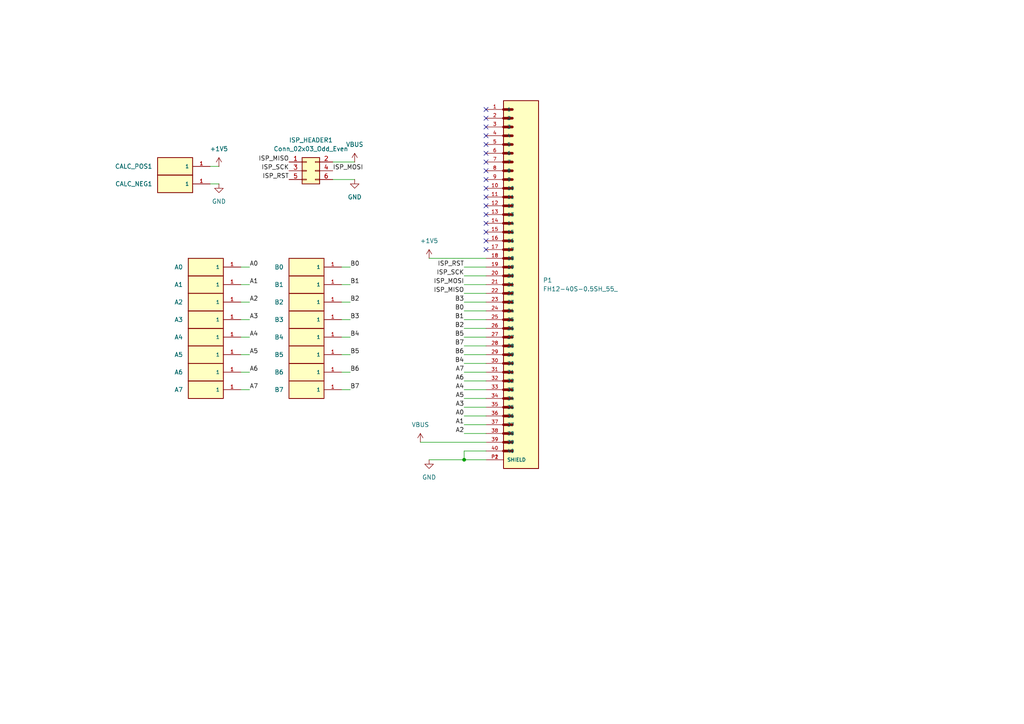
<source format=kicad_sch>
(kicad_sch (version 20250114) (generator "eeschema") (generator_version "9.0")
  (paper "A4")
  (lib_symbols
    (symbol "0965-0-15-20-80-14-11-0:0965-0-15-20-80-14-11-0" (pin_names (offset 1.016))
      (property "Reference" "J" (at -5.08 3.302 0))
      (property "Value" "0965-0-15-20-80-14-11-0" (at -5.08 -5.08 0))
      (symbol "0965-0-15-20-80-14-11-0_0_0"
        (rectangle (start -5.08 -2.54) (end 5.08 2.54) (stroke (width 0.254)) (fill (type background)))
        (pin passive line (at -10.16 0 0) (length 5.08) (name "1") (number "1"))
      )
    )
    (symbol "Connector_Generic:Conn_02x03_Odd_Even" (pin_names (offset 1.016) (hide yes))
      (property "Reference" "J" (at 1.27 5.08 0))
      (property "Value" "Conn_02x03_Odd_Even" (at 1.27 -5.08 0))
      (symbol "Conn_02x03_Odd_Even_1_1"
        (rectangle (start -1.27 3.81) (end 3.81 -3.81) (stroke (width 0.254)) (fill (type background)))
        (rectangle (start -1.27 2.667) (end 0 2.413) (stroke (width 0.1524)))
        (rectangle (start -1.27 0.127) (end 0 -0.127) (stroke (width 0.1524)))
        (rectangle (start -1.27 -2.413) (end 0 -2.667) (stroke (width 0.1524)))
        (rectangle (start 3.81 2.667) (end 2.54 2.413) (stroke (width 0.1524)))
        (rectangle (start 3.81 0.127) (end 2.54 -0.127) (stroke (width 0.1524)))
        (rectangle (start 3.81 -2.413) (end 2.54 -2.667) (stroke (width 0.1524)))
        (pin passive line (at -5.08 2.54 0) (length 3.81) (name "Pin_1") (number "1"))
        (pin passive line (at -5.08 0 0) (length 3.81) (name "Pin_3") (number "3"))
        (pin passive line (at -5.08 -2.54 0) (length 3.81) (name "Pin_5") (number "5"))
        (pin passive line (at 7.62 2.54 180) (length 3.81) (name "Pin_2") (number "2"))
        (pin passive line (at 7.62 0 180) (length 3.81) (name "Pin_4") (number "4"))
        (pin passive line (at 7.62 -2.54 180) (length 3.81) (name "Pin_6") (number "6"))
      )
    )
    (symbol "FH12-40S-0.5SH_55_:FH12-40S-0.5SH_55_" (pin_names (offset 1.016))
      (property "Reference" "P" (at 0 53.4116 0))
      (property "Value" "FH12-40S-0.5SH_55_" (at 0 -55.8878 0))
      (symbol "FH12-40S-0.5SH_55__0_0"
        (polyline (pts (xy 0 50.8) (xy 2.54 50.8)) (stroke (width 0.762)))
        (polyline (pts (xy 0 48.26) (xy 2.54 48.26)) (stroke (width 0.762)))
        (polyline (pts (xy 0 45.72) (xy 2.54 45.72)) (stroke (width 0.762)))
        (polyline (pts (xy 0 43.18) (xy 2.54 43.18)) (stroke (width 0.762)))
        (polyline (pts (xy 0 40.64) (xy 2.54 40.64)) (stroke (width 0.762)))
        (polyline (pts (xy 0 38.1) (xy 2.54 38.1)) (stroke (width 0.762)))
        (polyline (pts (xy 0 35.56) (xy 2.54 35.56)) (stroke (width 0.762)))
        (polyline (pts (xy 0 33.02) (xy 2.54 33.02)) (stroke (width 0.762)))
        (polyline (pts (xy 0 30.48) (xy 2.54 30.48)) (stroke (width 0.762)))
        (polyline (pts (xy 0 27.94) (xy 2.54 27.94)) (stroke (width 0.762)))
        (polyline (pts (xy 0 25.4) (xy 2.54 25.4)) (stroke (width 0.762)))
        (polyline (pts (xy 0 22.86) (xy 2.54 22.86)) (stroke (width 0.762)))
        (polyline (pts (xy 0 20.32) (xy 2.54 20.32)) (stroke (width 0.762)))
        (polyline (pts (xy 0 17.78) (xy 2.54 17.78)) (stroke (width 0.762)))
        (polyline (pts (xy 0 15.24) (xy 2.54 15.24)) (stroke (width 0.762)))
        (polyline (pts (xy 0 12.7) (xy 2.54 12.7)) (stroke (width 0.762)))
        (polyline (pts (xy 0 10.16) (xy 2.54 10.16)) (stroke (width 0.762)))
        (polyline (pts (xy 0 7.62) (xy 2.54 7.62)) (stroke (width 0.762)))
        (polyline (pts (xy 0 5.08) (xy 2.54 5.08)) (stroke (width 0.762)))
        (polyline (pts (xy 0 2.54) (xy 2.54 2.54)) (stroke (width 0.762)))
        (polyline (pts (xy 0 0) (xy 2.54 0)) (stroke (width 0.762)))
        (polyline (pts (xy 0 -2.54) (xy 2.54 -2.54)) (stroke (width 0.762)))
        (polyline (pts (xy 0 -5.08) (xy 2.54 -5.08)) (stroke (width 0.762)))
        (polyline (pts (xy 0 -7.62) (xy 2.54 -7.62)) (stroke (width 0.762)))
        (polyline (pts (xy 0 -10.16) (xy 2.54 -10.16)) (stroke (width 0.762)))
        (polyline (pts (xy 0 -12.7) (xy 2.54 -12.7)) (stroke (width 0.762)))
        (polyline (pts (xy 0 -15.24) (xy 2.54 -15.24)) (stroke (width 0.762)))
        (polyline (pts (xy 0 -17.78) (xy 2.54 -17.78)) (stroke (width 0.762)))
        (polyline (pts (xy 0 -20.32) (xy 2.54 -20.32)) (stroke (width 0.762)))
        (polyline (pts (xy 0 -22.86) (xy 2.54 -22.86)) (stroke (width 0.762)))
        (polyline (pts (xy 0 -25.4) (xy 2.54 -25.4)) (stroke (width 0.762)))
        (polyline (pts (xy 0 -27.94) (xy 2.54 -27.94)) (stroke (width 0.762)))
        (polyline (pts (xy 0 -30.48) (xy 2.54 -30.48)) (stroke (width 0.762)))
        (polyline (pts (xy 0 -33.02) (xy 2.54 -33.02)) (stroke (width 0.762)))
        (polyline (pts (xy 0 -35.56) (xy 2.54 -35.56)) (stroke (width 0.762)))
        (polyline (pts (xy 0 -38.1) (xy 2.54 -38.1)) (stroke (width 0.762)))
        (polyline (pts (xy 0 -40.64) (xy 2.54 -40.64)) (stroke (width 0.762)))
        (polyline (pts (xy 0 -43.18) (xy 2.54 -43.18)) (stroke (width 0.762)))
        (polyline (pts (xy 0 -45.72) (xy 2.54 -45.72)) (stroke (width 0.762)))
        (polyline (pts (xy 0 -48.26) (xy 2.54 -48.26)) (stroke (width 0.762)))
        (rectangle (start 0 -53.34) (end 10.16 53.34) (stroke (width 0.254)) (fill (type background)))
        (pin passive line (at -5.08 50.8 0) (length 5.08) (name "1") (number "1"))
        (pin passive line (at -5.08 48.26 0) (length 5.08) (name "2") (number "2"))
        (pin passive line (at -5.08 45.72 0) (length 5.08) (name "3") (number "3"))
        (pin passive line (at -5.08 43.18 0) (length 5.08) (name "4") (number "4"))
        (pin passive line (at -5.08 40.64 0) (length 5.08) (name "5") (number "5"))
        (pin passive line (at -5.08 38.1 0) (length 5.08) (name "6") (number "6"))
        (pin passive line (at -5.08 35.56 0) (length 5.08) (name "7") (number "7"))
        (pin passive line (at -5.08 33.02 0) (length 5.08) (name "8") (number "8"))
        (pin passive line (at -5.08 30.48 0) (length 5.08) (name "9") (number "9"))
        (pin passive line (at -5.08 27.94 0) (length 5.08) (name "10") (number "10"))
        (pin passive line (at -5.08 25.4 0) (length 5.08) (name "11") (number "11"))
        (pin passive line (at -5.08 22.86 0) (length 5.08) (name "12") (number "12"))
        (pin passive line (at -5.08 20.32 0) (length 5.08) (name "13") (number "13"))
        (pin passive line (at -5.08 17.78 0) (length 5.08) (name "14") (number "14"))
        (pin passive line (at -5.08 15.24 0) (length 5.08) (name "15") (number "15"))
        (pin passive line (at -5.08 12.7 0) (length 5.08) (name "16") (number "16"))
        (pin passive line (at -5.08 10.16 0) (length 5.08) (name "17") (number "17"))
        (pin passive line (at -5.08 7.62 0) (length 5.08) (name "18") (number "18"))
        (pin passive line (at -5.08 5.08 0) (length 5.08) (name "19") (number "19"))
        (pin passive line (at -5.08 2.54 0) (length 5.08) (name "20") (number "20"))
        (pin passive line (at -5.08 0 0) (length 5.08) (name "21") (number "21"))
        (pin passive line (at -5.08 -2.54 0) (length 5.08) (name "22") (number "22"))
        (pin passive line (at -5.08 -5.08 0) (length 5.08) (name "23") (number "23"))
        (pin passive line (at -5.08 -7.62 0) (length 5.08) (name "24") (number "24"))
        (pin passive line (at -5.08 -10.16 0) (length 5.08) (name "25") (number "25"))
        (pin passive line (at -5.08 -12.7 0) (length 5.08) (name "26") (number "26"))
        (pin passive line (at -5.08 -15.24 0) (length 5.08) (name "27") (number "27"))
        (pin passive line (at -5.08 -17.78 0) (length 5.08) (name "28") (number "28"))
        (pin passive line (at -5.08 -20.32 0) (length 5.08) (name "29") (number "29"))
        (pin passive line (at -5.08 -22.86 0) (length 5.08) (name "30") (number "30"))
        (pin passive line (at -5.08 -25.4 0) (length 5.08) (name "31") (number "31"))
        (pin passive line (at -5.08 -27.94 0) (length 5.08) (name "32") (number "32"))
        (pin passive line (at -5.08 -30.48 0) (length 5.08) (name "33") (number "33"))
        (pin passive line (at -5.08 -33.02 0) (length 5.08) (name "34") (number "34"))
        (pin passive line (at -5.08 -35.56 0) (length 5.08) (name "35") (number "35"))
        (pin passive line (at -5.08 -38.1 0) (length 5.08) (name "36") (number "36"))
        (pin passive line (at -5.08 -40.64 0) (length 5.08) (name "37") (number "37"))
        (pin passive line (at -5.08 -43.18 0) (length 5.08) (name "38") (number "38"))
        (pin passive line (at -5.08 -45.72 0) (length 5.08) (name "39") (number "39"))
        (pin passive line (at -5.08 -48.26 0) (length 5.08) (name "40") (number "40"))
        (pin passive line (at -5.08 -50.8 0) (length 5.08) (name "SHIELD") (number "P1"))
        (pin passive line (at -5.08 -50.8 0) (length 5.08) (name "SHIELD") (number "P2"))
      )
    )
    (symbol "power:+1V5" (power) (pin_numbers (hide yes)) (pin_names (offset 0) (hide yes))
      (property "Value" "+1V5" (at 0 3.556 0))
      (symbol "+1V5_0_1"
        (polyline (pts (xy -0.762 1.27) (xy 0 2.54)))
        (polyline (pts (xy 0 2.54) (xy 0.762 1.27)))
        (polyline (pts (xy 0 0) (xy 0 2.54)))
      )
      (symbol "+1V5_1_1"
        (pin power_in line (at 0 0 90) (length 0) (name "~") (number "1"))
      )
    )
    (symbol "power:GND" (power) (pin_numbers (hide yes)) (pin_names (offset 0) (hide yes))
      (property "Value" "GND" (at 0 -3.81 0))
      (symbol "GND_0_1"
        (polyline (pts (xy 0 0) (xy 0 -1.27) (xy 1.27 -1.27) (xy 0 -2.54) (xy -1.27 -1.27) (xy 0 -1.27)))
      )
      (symbol "GND_1_1"
        (pin power_in line (at 0 0 270) (length 0) (name "~") (number "1"))
      )
    )
    (symbol "power:VBUS" (power) (pin_numbers (hide yes)) (pin_names (offset 0) (hide yes))
      (property "Value" "VBUS" (at 0 3.556 0))
      (symbol "VBUS_0_1"
        (polyline (pts (xy -0.762 1.27) (xy 0 2.54)))
        (polyline (pts (xy 0 2.54) (xy 0.762 1.27)))
        (polyline (pts (xy 0 0) (xy 0 2.54)))
      )
      (symbol "VBUS_1_1"
        (pin power_in line (at 0 0 90) (length 0) (name "~") (number "1"))
      )
    )
  )
  (junction (at 134.62 133.35))
  (no_connect (at 140.97 64.77))
  (no_connect (at 140.97 31.75))
  (no_connect (at 140.97 34.29))
  (no_connect (at 140.97 62.23))
  (no_connect (at 140.97 67.31))
  (no_connect (at 140.97 72.39))
  (no_connect (at 140.97 44.45))
  (no_connect (at 140.97 57.15))
  (no_connect (at 140.97 46.99))
  (no_connect (at 140.97 41.91))
  (no_connect (at 140.97 52.07))
  (no_connect (at 140.97 36.83))
  (no_connect (at 140.97 49.53))
  (no_connect (at 140.97 59.69))
  (no_connect (at 140.97 39.37))
  (no_connect (at 140.97 54.61))
  (no_connect (at 140.97 69.85))
  (wire (pts (xy 134.62 87.63) (xy 140.97 87.63)))
  (wire (pts (xy 72.39 82.55) (xy 69.85 82.55)))
  (wire (pts (xy 121.92 128.27) (xy 140.97 128.27)))
  (wire (pts (xy 134.62 95.25) (xy 140.97 95.25)))
  (wire (pts (xy 96.52 52.07) (xy 102.87 52.07)))
  (wire (pts (xy 134.62 92.71) (xy 140.97 92.71)))
  (wire (pts (xy 101.6 77.47) (xy 99.06 77.47)))
  (wire (pts (xy 72.39 102.87) (xy 69.85 102.87)))
  (wire (pts (xy 134.62 130.81) (xy 134.62 133.35)))
  (wire (pts (xy 134.62 133.35) (xy 140.97 133.35)))
  (wire (pts (xy 69.85 92.71) (xy 72.39 92.71)))
  (wire (pts (xy 134.62 120.65) (xy 140.97 120.65)))
  (wire (pts (xy 134.62 85.09) (xy 140.97 85.09)))
  (wire (pts (xy 101.6 82.55) (xy 99.06 82.55)))
  (wire (pts (xy 134.62 118.11) (xy 140.97 118.11)))
  (wire (pts (xy 134.62 102.87) (xy 140.97 102.87)))
  (wire (pts (xy 134.62 107.95) (xy 140.97 107.95)))
  (wire (pts (xy 101.6 97.79) (xy 99.06 97.79)))
  (wire (pts (xy 101.6 92.71) (xy 99.06 92.71)))
  (wire (pts (xy 72.39 87.63) (xy 69.85 87.63)))
  (wire (pts (xy 60.96 53.34) (xy 63.5 53.34)))
  (wire (pts (xy 134.62 110.49) (xy 140.97 110.49)))
  (wire (pts (xy 140.97 130.81) (xy 134.62 130.81)))
  (wire (pts (xy 101.6 102.87) (xy 99.06 102.87)))
  (wire (pts (xy 134.62 100.33) (xy 140.97 100.33)))
  (wire (pts (xy 134.62 113.03) (xy 140.97 113.03)))
  (wire (pts (xy 134.62 97.79) (xy 140.97 97.79)))
  (wire (pts (xy 72.39 97.79) (xy 69.85 97.79)))
  (wire (pts (xy 72.39 107.95) (xy 69.85 107.95)))
  (wire (pts (xy 96.52 46.99) (xy 102.87 46.99)))
  (wire (pts (xy 134.62 80.01) (xy 140.97 80.01)))
  (wire (pts (xy 101.6 113.03) (xy 99.06 113.03)))
  (wire (pts (xy 134.62 82.55) (xy 140.97 82.55)))
  (wire (pts (xy 134.62 125.73) (xy 140.97 125.73)))
  (wire (pts (xy 134.62 90.17) (xy 140.97 90.17)))
  (wire (pts (xy 134.62 77.47) (xy 140.97 77.47)))
  (wire (pts (xy 124.46 74.93) (xy 140.97 74.93)))
  (wire (pts (xy 134.62 105.41) (xy 140.97 105.41)))
  (wire (pts (xy 134.62 123.19) (xy 140.97 123.19)))
  (wire (pts (xy 101.6 107.95) (xy 99.06 107.95)))
  (wire (pts (xy 124.46 133.35) (xy 134.62 133.35)))
  (wire (pts (xy 72.39 77.47) (xy 69.85 77.47)))
  (wire (pts (xy 101.6 87.63) (xy 99.06 87.63)))
  (wire (pts (xy 60.96 48.26) (xy 63.5 48.26)))
  (wire (pts (xy 72.39 113.03) (xy 69.85 113.03)))
  (wire (pts (xy 134.62 115.57) (xy 140.97 115.57)))
  (label "A7" (at 72.39 113.03 0))
  (label "A0" (at 72.39 77.47 0))
  (label "B5" (at 101.6 102.87 0))
  (label "B3" (at 101.6 92.71 0))
  (label "A3" (at 134.62 118.11 180))
  (label "B1" (at 101.6 82.55 0))
  (label "B2" (at 101.6 87.63 0))
  (label "B7" (at 101.6 113.03 0))
  (label "ISP_SCK" (at 83.82 49.53 180))
  (label "ISP_MISO" (at 134.62 85.09 180))
  (label "B1" (at 134.62 92.71 180))
  (label "A1" (at 72.39 82.55 0))
  (label "A2" (at 134.62 125.73 180))
  (label "A2" (at 72.39 87.63 0))
  (label "A3" (at 72.39 92.71 0))
  (label "B6" (at 101.6 107.95 0))
  (label "A1" (at 134.62 123.19 180))
  (label "B3" (at 134.62 87.63 180))
  (label "ISP_SCK" (at 134.62 80.01 180))
  (label "B4" (at 134.62 105.41 180))
  (label "ISP_RST" (at 83.82 52.07 180))
  (label "A5" (at 134.62 115.57 180))
  (label "B0" (at 101.6 77.47 0))
  (label "B5" (at 134.62 97.79 180))
  (label "ISP_MOSI" (at 134.62 82.55 180))
  (label "A6" (at 72.39 107.95 0))
  (label "B0" (at 134.62 90.17 180))
  (label "ISP_RST" (at 134.62 77.47 180))
  (label "A4" (at 72.39 97.79 0))
  (label "B2" (at 134.62 95.25 180))
  (label "B4" (at 101.6 97.79 0))
  (label "A4" (at 134.62 113.03 180))
  (label "ISP_MOSI" (at 96.52 49.53 0))
  (label "B6" (at 134.62 102.87 180))
  (label "B7" (at 134.62 100.33 180))
  (label "A7" (at 134.62 107.95 180))
  (label "A5" (at 72.39 102.87 0))
  (label "A6" (at 134.62 110.49 180))
  (label "A0" (at 134.62 120.65 180))
  (label "ISP_MISO" (at 83.82 46.99 180))
  (symbol (lib_id "0965-0-15-20-80-14-11-0:0965-0-15-20-80-14-11-0") (at 88.9 102.87 180) (unit 1)
    (property "Reference" "B5" (at 82.296 102.87 0) (effects (justify left)))
    (property "Value" "0965-0-15-20-80-14-11-0" (effects (hide yes)))
    (property "Footprint" "pogopin_smd:YZR0156-20033-02" (effects (hide yes)))
    (property "MF" "Mill-Max Manufacturing" (effects (hide yes)))
    (property "MAXIMUM_PACKAGE_HEIGHT" "2.54mm" (effects (hide yes)))
    (property "Package" "None" (effects (hide yes)))
    (property "Price" "None" (effects (hide yes)))
    (property "Check_prices" "https://www.snapeda.com/parts/0965-0-15-20-80-14-11-0/Mill-Max/view-part/?ref=eda" (effects (hide yes)))
    (property "STANDARD" "Manufacturer Recommendations" (effects (hide yes)))
    (property "PARTREV" "11/26/23" (effects (hide yes)))
    (property "SnapEDA_Link" "https://www.snapeda.com/parts/0965-0-15-20-80-14-11-0/Mill-Max/view-part/?ref=snap" (effects (hide yes)))
    (property "MP" "0965-0-15-20-80-14-11-0" (effects (hide yes)))
    (property "Description_1" "IC & Component Sockets Ultra Lo-Profile SMT | Mill-Max 0965-0-15-20-80-14-11-0" (effects (hide yes)))
    (property "Availability" "In Stock" (effects (hide yes)))
    (property "MANUFACTURER" "Mill-Max" (effects (hide yes)))
  )
  (symbol (lib_id "power:+1V5") (at 124.46 74.93 0) (unit 1)
    (property "Reference" "#PWR06" (effects (hide yes)))
    (property "Value" "+1V5" (at 124.46 69.85 0))
    (property "Description" "Power symbol creates a global label with name \"+1V5\"" (effects (hide yes)))
  )
  (symbol (lib_id "0965-0-15-20-80-14-11-0:0965-0-15-20-80-14-11-0") (at 88.9 97.79 180) (unit 1)
    (property "Reference" "B4" (at 82.296 97.79 0) (effects (justify left)))
    (property "Value" "0965-0-15-20-80-14-11-0" (effects (hide yes)))
    (property "Footprint" "pogopin_smd:YZR0156-20033-02" (effects (hide yes)))
    (property "MF" "Mill-Max Manufacturing" (effects (hide yes)))
    (property "MAXIMUM_PACKAGE_HEIGHT" "2.54mm" (effects (hide yes)))
    (property "Package" "None" (effects (hide yes)))
    (property "Price" "None" (effects (hide yes)))
    (property "Check_prices" "https://www.snapeda.com/parts/0965-0-15-20-80-14-11-0/Mill-Max/view-part/?ref=eda" (effects (hide yes)))
    (property "STANDARD" "Manufacturer Recommendations" (effects (hide yes)))
    (property "PARTREV" "11/26/23" (effects (hide yes)))
    (property "SnapEDA_Link" "https://www.snapeda.com/parts/0965-0-15-20-80-14-11-0/Mill-Max/view-part/?ref=snap" (effects (hide yes)))
    (property "MP" "0965-0-15-20-80-14-11-0" (effects (hide yes)))
    (property "Description_1" "IC & Component Sockets Ultra Lo-Profile SMT | Mill-Max 0965-0-15-20-80-14-11-0" (effects (hide yes)))
    (property "Availability" "In Stock" (effects (hide yes)))
    (property "MANUFACTURER" "Mill-Max" (effects (hide yes)))
  )
  (symbol (lib_id "0965-0-15-20-80-14-11-0:0965-0-15-20-80-14-11-0") (at 59.69 107.95 180) (unit 1)
    (property "Reference" "A6" (at 53.086 107.95 0) (effects (justify left)))
    (property "Value" "0965-0-15-20-80-14-11-0" (effects (hide yes)))
    (property "Footprint" "pogopin_smd:YZR0156-20033-02" (effects (hide yes)))
    (property "MF" "Mill-Max Manufacturing" (effects (hide yes)))
    (property "MAXIMUM_PACKAGE_HEIGHT" "2.54mm" (effects (hide yes)))
    (property "Package" "None" (effects (hide yes)))
    (property "Price" "None" (effects (hide yes)))
    (property "Check_prices" "https://www.snapeda.com/parts/0965-0-15-20-80-14-11-0/Mill-Max/view-part/?ref=eda" (effects (hide yes)))
    (property "STANDARD" "Manufacturer Recommendations" (effects (hide yes)))
    (property "PARTREV" "11/26/23" (effects (hide yes)))
    (property "SnapEDA_Link" "https://www.snapeda.com/parts/0965-0-15-20-80-14-11-0/Mill-Max/view-part/?ref=snap" (effects (hide yes)))
    (property "MP" "0965-0-15-20-80-14-11-0" (effects (hide yes)))
    (property "Description_1" "IC & Component Sockets Ultra Lo-Profile SMT | Mill-Max 0965-0-15-20-80-14-11-0" (effects (hide yes)))
    (property "Availability" "In Stock" (effects (hide yes)))
    (property "MANUFACTURER" "Mill-Max" (effects (hide yes)))
  )
  (symbol (lib_id "0965-0-15-20-80-14-11-0:0965-0-15-20-80-14-11-0") (at 50.8 48.26 180) (unit 1)
    (property "Reference" "CALC_POS1" (at 44.196 48.26 0) (effects (justify left)))
    (property "Value" "0965-0-15-20-80-14-11-0" (effects (hide yes)))
    (property "Footprint" "pogopin_smd:YZR0156-20033-02" (effects (hide yes)))
    (property "MF" "Mill-Max Manufacturing" (effects (hide yes)))
    (property "MAXIMUM_PACKAGE_HEIGHT" "2.54mm" (effects (hide yes)))
    (property "Package" "None" (effects (hide yes)))
    (property "Price" "None" (effects (hide yes)))
    (property "Check_prices" "https://www.snapeda.com/parts/0965-0-15-20-80-14-11-0/Mill-Max/view-part/?ref=eda" (effects (hide yes)))
    (property "STANDARD" "Manufacturer Recommendations" (effects (hide yes)))
    (property "PARTREV" "11/26/23" (effects (hide yes)))
    (property "SnapEDA_Link" "https://www.snapeda.com/parts/0965-0-15-20-80-14-11-0/Mill-Max/view-part/?ref=snap" (effects (hide yes)))
    (property "MP" "0965-0-15-20-80-14-11-0" (effects (hide yes)))
    (property "Description_1" "IC & Component Sockets Ultra Lo-Profile SMT | Mill-Max 0965-0-15-20-80-14-11-0" (effects (hide yes)))
    (property "Availability" "In Stock" (effects (hide yes)))
    (property "MANUFACTURER" "Mill-Max" (effects (hide yes)))
  )
  (symbol (lib_id "0965-0-15-20-80-14-11-0:0965-0-15-20-80-14-11-0") (at 88.9 82.55 180) (unit 1)
    (property "Reference" "B1" (at 82.296 82.55 0) (effects (justify left)))
    (property "Value" "0965-0-15-20-80-14-11-0" (effects (hide yes)))
    (property "Footprint" "pogopin_smd:YZR0156-20033-02" (effects (hide yes)))
    (property "MF" "Mill-Max Manufacturing" (effects (hide yes)))
    (property "MAXIMUM_PACKAGE_HEIGHT" "2.54mm" (effects (hide yes)))
    (property "Package" "None" (effects (hide yes)))
    (property "Price" "None" (effects (hide yes)))
    (property "Check_prices" "https://www.snapeda.com/parts/0965-0-15-20-80-14-11-0/Mill-Max/view-part/?ref=eda" (effects (hide yes)))
    (property "STANDARD" "Manufacturer Recommendations" (effects (hide yes)))
    (property "PARTREV" "11/26/23" (effects (hide yes)))
    (property "SnapEDA_Link" "https://www.snapeda.com/parts/0965-0-15-20-80-14-11-0/Mill-Max/view-part/?ref=snap" (effects (hide yes)))
    (property "MP" "0965-0-15-20-80-14-11-0" (effects (hide yes)))
    (property "Description_1" "IC & Component Sockets Ultra Lo-Profile SMT | Mill-Max 0965-0-15-20-80-14-11-0" (effects (hide yes)))
    (property "Availability" "In Stock" (effects (hide yes)))
    (property "MANUFACTURER" "Mill-Max" (effects (hide yes)))
  )
  (symbol (lib_id "0965-0-15-20-80-14-11-0:0965-0-15-20-80-14-11-0") (at 59.69 87.63 180) (unit 1)
    (property "Reference" "A2" (at 53.086 87.63 0) (effects (justify left)))
    (property "Value" "0965-0-15-20-80-14-11-0" (effects (hide yes)))
    (property "Footprint" "pogopin_smd:YZR0156-20033-02" (effects (hide yes)))
    (property "MF" "Mill-Max Manufacturing" (effects (hide yes)))
    (property "MAXIMUM_PACKAGE_HEIGHT" "2.54mm" (effects (hide yes)))
    (property "Package" "None" (effects (hide yes)))
    (property "Price" "None" (effects (hide yes)))
    (property "Check_prices" "https://www.snapeda.com/parts/0965-0-15-20-80-14-11-0/Mill-Max/view-part/?ref=eda" (effects (hide yes)))
    (property "STANDARD" "Manufacturer Recommendations" (effects (hide yes)))
    (property "PARTREV" "11/26/23" (effects (hide yes)))
    (property "SnapEDA_Link" "https://www.snapeda.com/parts/0965-0-15-20-80-14-11-0/Mill-Max/view-part/?ref=snap" (effects (hide yes)))
    (property "MP" "0965-0-15-20-80-14-11-0" (effects (hide yes)))
    (property "Description_1" "IC & Component Sockets Ultra Lo-Profile SMT | Mill-Max 0965-0-15-20-80-14-11-0" (effects (hide yes)))
    (property "Availability" "In Stock" (effects (hide yes)))
    (property "MANUFACTURER" "Mill-Max" (effects (hide yes)))
  )
  (symbol (lib_id "power:VBUS") (at 121.92 128.27 0) (unit 1)
    (property "Reference" "#PWR05" (effects (hide yes)))
    (property "Value" "VBUS" (at 121.92 123.19 0))
    (property "Description" "Power symbol creates a global label with name \"VBUS\"" (effects (hide yes)))
  )
  (symbol (lib_id "0965-0-15-20-80-14-11-0:0965-0-15-20-80-14-11-0") (at 59.69 102.87 180) (unit 1)
    (property "Reference" "A5" (at 53.086 102.87 0) (effects (justify left)))
    (property "Value" "0965-0-15-20-80-14-11-0" (effects (hide yes)))
    (property "Footprint" "pogopin_smd:YZR0156-20033-02" (effects (hide yes)))
    (property "MF" "Mill-Max Manufacturing" (effects (hide yes)))
    (property "MAXIMUM_PACKAGE_HEIGHT" "2.54mm" (effects (hide yes)))
    (property "Package" "None" (effects (hide yes)))
    (property "Price" "None" (effects (hide yes)))
    (property "Check_prices" "https://www.snapeda.com/parts/0965-0-15-20-80-14-11-0/Mill-Max/view-part/?ref=eda" (effects (hide yes)))
    (property "STANDARD" "Manufacturer Recommendations" (effects (hide yes)))
    (property "PARTREV" "11/26/23" (effects (hide yes)))
    (property "SnapEDA_Link" "https://www.snapeda.com/parts/0965-0-15-20-80-14-11-0/Mill-Max/view-part/?ref=snap" (effects (hide yes)))
    (property "MP" "0965-0-15-20-80-14-11-0" (effects (hide yes)))
    (property "Description_1" "IC & Component Sockets Ultra Lo-Profile SMT | Mill-Max 0965-0-15-20-80-14-11-0" (effects (hide yes)))
    (property "Availability" "In Stock" (effects (hide yes)))
    (property "MANUFACTURER" "Mill-Max" (effects (hide yes)))
  )
  (symbol (lib_id "0965-0-15-20-80-14-11-0:0965-0-15-20-80-14-11-0") (at 59.69 82.55 180) (unit 1)
    (property "Reference" "A1" (at 53.086 82.55 0) (effects (justify left)))
    (property "Value" "0965-0-15-20-80-14-11-0" (effects (hide yes)))
    (property "Footprint" "pogopin_smd:YZR0156-20033-02" (effects (hide yes)))
    (property "MF" "Mill-Max Manufacturing" (effects (hide yes)))
    (property "MAXIMUM_PACKAGE_HEIGHT" "2.54mm" (effects (hide yes)))
    (property "Package" "None" (effects (hide yes)))
    (property "Price" "None" (effects (hide yes)))
    (property "Check_prices" "https://www.snapeda.com/parts/0965-0-15-20-80-14-11-0/Mill-Max/view-part/?ref=eda" (effects (hide yes)))
    (property "STANDARD" "Manufacturer Recommendations" (effects (hide yes)))
    (property "PARTREV" "11/26/23" (effects (hide yes)))
    (property "SnapEDA_Link" "https://www.snapeda.com/parts/0965-0-15-20-80-14-11-0/Mill-Max/view-part/?ref=snap" (effects (hide yes)))
    (property "MP" "0965-0-15-20-80-14-11-0" (effects (hide yes)))
    (property "Description_1" "IC & Component Sockets Ultra Lo-Profile SMT | Mill-Max 0965-0-15-20-80-14-11-0" (effects (hide yes)))
    (property "Availability" "In Stock" (effects (hide yes)))
    (property "MANUFACTURER" "Mill-Max" (effects (hide yes)))
  )
  (symbol (lib_id "power:+1V5") (at 63.5 48.26 0) (unit 1)
    (property "Reference" "#PWR01" (effects (hide yes)))
    (property "Value" "+1V5" (at 63.5 43.18 0))
    (property "Description" "Power symbol creates a global label with name \"+1V5\"" (effects (hide yes)))
  )
  (symbol (lib_id "power:GND") (at 63.5 53.34 0) (unit 1)
    (property "Reference" "#PWR02" (effects (hide yes)))
    (property "Value" "GND" (at 63.5 58.42 0))
    (property "Description" "Power symbol creates a global label with name \"GND\" , ground" (effects (hide yes)))
  )
  (symbol (lib_id "0965-0-15-20-80-14-11-0:0965-0-15-20-80-14-11-0") (at 88.9 77.47 180) (unit 1)
    (property "Reference" "B0" (at 82.296 77.47 0) (effects (justify left)))
    (property "Value" "0965-0-15-20-80-14-11-0" (effects (hide yes)))
    (property "Footprint" "pogopin_smd:YZR0156-20033-02" (effects (hide yes)))
    (property "MF" "Mill-Max Manufacturing" (effects (hide yes)))
    (property "MAXIMUM_PACKAGE_HEIGHT" "2.54mm" (effects (hide yes)))
    (property "Package" "None" (effects (hide yes)))
    (property "Price" "None" (effects (hide yes)))
    (property "Check_prices" "https://www.snapeda.com/parts/0965-0-15-20-80-14-11-0/Mill-Max/view-part/?ref=eda" (effects (hide yes)))
    (property "STANDARD" "Manufacturer Recommendations" (effects (hide yes)))
    (property "PARTREV" "11/26/23" (effects (hide yes)))
    (property "SnapEDA_Link" "https://www.snapeda.com/parts/0965-0-15-20-80-14-11-0/Mill-Max/view-part/?ref=snap" (effects (hide yes)))
    (property "MP" "0965-0-15-20-80-14-11-0" (effects (hide yes)))
    (property "Description_1" "IC & Component Sockets Ultra Lo-Profile SMT | Mill-Max 0965-0-15-20-80-14-11-0" (effects (hide yes)))
    (property "Availability" "In Stock" (effects (hide yes)))
    (property "MANUFACTURER" "Mill-Max" (effects (hide yes)))
  )
  (symbol (lib_id "0965-0-15-20-80-14-11-0:0965-0-15-20-80-14-11-0") (at 50.8 53.34 180) (unit 1)
    (property "Reference" "CALC_NEG1" (at 44.196 53.34 0) (effects (justify left)))
    (property "Value" "0965-0-15-20-80-14-11-0" (effects (hide yes)))
    (property "Footprint" "pogopin_smd:YZR0156-20033-02" (effects (hide yes)))
    (property "MF" "Mill-Max Manufacturing" (effects (hide yes)))
    (property "MAXIMUM_PACKAGE_HEIGHT" "2.54mm" (effects (hide yes)))
    (property "Package" "None" (effects (hide yes)))
    (property "Price" "None" (effects (hide yes)))
    (property "Check_prices" "https://www.snapeda.com/parts/0965-0-15-20-80-14-11-0/Mill-Max/view-part/?ref=eda" (effects (hide yes)))
    (property "STANDARD" "Manufacturer Recommendations" (effects (hide yes)))
    (property "PARTREV" "11/26/23" (effects (hide yes)))
    (property "SnapEDA_Link" "https://www.snapeda.com/parts/0965-0-15-20-80-14-11-0/Mill-Max/view-part/?ref=snap" (effects (hide yes)))
    (property "MP" "0965-0-15-20-80-14-11-0" (effects (hide yes)))
    (property "Description_1" "IC & Component Sockets Ultra Lo-Profile SMT | Mill-Max 0965-0-15-20-80-14-11-0" (effects (hide yes)))
    (property "Availability" "In Stock" (effects (hide yes)))
    (property "MANUFACTURER" "Mill-Max" (effects (hide yes)))
  )
  (symbol (lib_id "0965-0-15-20-80-14-11-0:0965-0-15-20-80-14-11-0") (at 59.69 77.47 180) (unit 1)
    (property "Reference" "A0" (at 53.086 77.47 0) (effects (justify left)))
    (property "Value" "0965-0-15-20-80-14-11-0" (effects (hide yes)))
    (property "Footprint" "pogopin_smd:YZR0156-20033-02" (effects (hide yes)))
    (property "MF" "Mill-Max Manufacturing" (effects (hide yes)))
    (property "MAXIMUM_PACKAGE_HEIGHT" "2.54mm" (effects (hide yes)))
    (property "Package" "None" (effects (hide yes)))
    (property "Price" "None" (effects (hide yes)))
    (property "Check_prices" "https://www.snapeda.com/parts/0965-0-15-20-80-14-11-0/Mill-Max/view-part/?ref=eda" (effects (hide yes)))
    (property "STANDARD" "Manufacturer Recommendations" (effects (hide yes)))
    (property "PARTREV" "11/26/23" (effects (hide yes)))
    (property "SnapEDA_Link" "https://www.snapeda.com/parts/0965-0-15-20-80-14-11-0/Mill-Max/view-part/?ref=snap" (effects (hide yes)))
    (property "MP" "0965-0-15-20-80-14-11-0" (effects (hide yes)))
    (property "Description_1" "IC & Component Sockets Ultra Lo-Profile SMT | Mill-Max 0965-0-15-20-80-14-11-0" (effects (hide yes)))
    (property "Availability" "In Stock" (effects (hide yes)))
    (property "MANUFACTURER" "Mill-Max" (effects (hide yes)))
  )
  (symbol (lib_id "power:GND") (at 124.46 133.35 0) (unit 1)
    (property "Reference" "#PWR07" (effects (hide yes)))
    (property "Value" "GND" (at 124.46 138.43 0))
    (property "Description" "Power symbol creates a global label with name \"GND\" , ground" (effects (hide yes)))
  )
  (symbol (lib_id "0965-0-15-20-80-14-11-0:0965-0-15-20-80-14-11-0") (at 88.9 107.95 180) (unit 1)
    (property "Reference" "B6" (at 82.296 107.95 0) (effects (justify left)))
    (property "Value" "0965-0-15-20-80-14-11-0" (effects (hide yes)))
    (property "Footprint" "pogopin_smd:YZR0156-20033-02" (effects (hide yes)))
    (property "MF" "Mill-Max Manufacturing" (effects (hide yes)))
    (property "MAXIMUM_PACKAGE_HEIGHT" "2.54mm" (effects (hide yes)))
    (property "Package" "None" (effects (hide yes)))
    (property "Price" "None" (effects (hide yes)))
    (property "Check_prices" "https://www.snapeda.com/parts/0965-0-15-20-80-14-11-0/Mill-Max/view-part/?ref=eda" (effects (hide yes)))
    (property "STANDARD" "Manufacturer Recommendations" (effects (hide yes)))
    (property "PARTREV" "11/26/23" (effects (hide yes)))
    (property "SnapEDA_Link" "https://www.snapeda.com/parts/0965-0-15-20-80-14-11-0/Mill-Max/view-part/?ref=snap" (effects (hide yes)))
    (property "MP" "0965-0-15-20-80-14-11-0" (effects (hide yes)))
    (property "Description_1" "IC & Component Sockets Ultra Lo-Profile SMT | Mill-Max 0965-0-15-20-80-14-11-0" (effects (hide yes)))
    (property "Availability" "In Stock" (effects (hide yes)))
    (property "MANUFACTURER" "Mill-Max" (effects (hide yes)))
  )
  (symbol (lib_id "0965-0-15-20-80-14-11-0:0965-0-15-20-80-14-11-0") (at 88.9 92.71 180) (unit 1)
    (property "Reference" "B3" (at 82.296 92.71 0) (effects (justify left)))
    (property "Value" "0965-0-15-20-80-14-11-0" (effects (hide yes)))
    (property "Footprint" "pogopin_smd:YZR0156-20033-02" (effects (hide yes)))
    (property "MF" "Mill-Max Manufacturing" (effects (hide yes)))
    (property "MAXIMUM_PACKAGE_HEIGHT" "2.54mm" (effects (hide yes)))
    (property "Package" "None" (effects (hide yes)))
    (property "Price" "None" (effects (hide yes)))
    (property "Check_prices" "https://www.snapeda.com/parts/0965-0-15-20-80-14-11-0/Mill-Max/view-part/?ref=eda" (effects (hide yes)))
    (property "STANDARD" "Manufacturer Recommendations" (effects (hide yes)))
    (property "PARTREV" "11/26/23" (effects (hide yes)))
    (property "SnapEDA_Link" "https://www.snapeda.com/parts/0965-0-15-20-80-14-11-0/Mill-Max/view-part/?ref=snap" (effects (hide yes)))
    (property "MP" "0965-0-15-20-80-14-11-0" (effects (hide yes)))
    (property "Description_1" "IC & Component Sockets Ultra Lo-Profile SMT | Mill-Max 0965-0-15-20-80-14-11-0" (effects (hide yes)))
    (property "Availability" "In Stock" (effects (hide yes)))
    (property "MANUFACTURER" "Mill-Max" (effects (hide yes)))
  )
  (symbol (lib_id "0965-0-15-20-80-14-11-0:0965-0-15-20-80-14-11-0") (at 59.69 97.79 180) (unit 1)
    (property "Reference" "A4" (at 53.086 97.79 0) (effects (justify left)))
    (property "Value" "0965-0-15-20-80-14-11-0" (effects (hide yes)))
    (property "Footprint" "pogopin_smd:YZR0156-20033-02" (effects (hide yes)))
    (property "MF" "Mill-Max Manufacturing" (effects (hide yes)))
    (property "MAXIMUM_PACKAGE_HEIGHT" "2.54mm" (effects (hide yes)))
    (property "Package" "None" (effects (hide yes)))
    (property "Price" "None" (effects (hide yes)))
    (property "Check_prices" "https://www.snapeda.com/parts/0965-0-15-20-80-14-11-0/Mill-Max/view-part/?ref=eda" (effects (hide yes)))
    (property "STANDARD" "Manufacturer Recommendations" (effects (hide yes)))
    (property "PARTREV" "11/26/23" (effects (hide yes)))
    (property "SnapEDA_Link" "https://www.snapeda.com/parts/0965-0-15-20-80-14-11-0/Mill-Max/view-part/?ref=snap" (effects (hide yes)))
    (property "MP" "0965-0-15-20-80-14-11-0" (effects (hide yes)))
    (property "Description_1" "IC & Component Sockets Ultra Lo-Profile SMT | Mill-Max 0965-0-15-20-80-14-11-0" (effects (hide yes)))
    (property "Availability" "In Stock" (effects (hide yes)))
    (property "MANUFACTURER" "Mill-Max" (effects (hide yes)))
  )
  (symbol (lib_id "0965-0-15-20-80-14-11-0:0965-0-15-20-80-14-11-0") (at 59.69 92.71 180) (unit 1)
    (property "Reference" "A3" (at 53.086 92.71 0) (effects (justify left)))
    (property "Value" "0965-0-15-20-80-14-11-0" (effects (hide yes)))
    (property "Footprint" "pogopin_smd:YZR0156-20033-02" (effects (hide yes)))
    (property "MF" "Mill-Max Manufacturing" (effects (hide yes)))
    (property "MAXIMUM_PACKAGE_HEIGHT" "2.54mm" (effects (hide yes)))
    (property "Package" "None" (effects (hide yes)))
    (property "Price" "None" (effects (hide yes)))
    (property "Check_prices" "https://www.snapeda.com/parts/0965-0-15-20-80-14-11-0/Mill-Max/view-part/?ref=eda" (effects (hide yes)))
    (property "STANDARD" "Manufacturer Recommendations" (effects (hide yes)))
    (property "PARTREV" "11/26/23" (effects (hide yes)))
    (property "SnapEDA_Link" "https://www.snapeda.com/parts/0965-0-15-20-80-14-11-0/Mill-Max/view-part/?ref=snap" (effects (hide yes)))
    (property "MP" "0965-0-15-20-80-14-11-0" (effects (hide yes)))
    (property "Description_1" "IC & Component Sockets Ultra Lo-Profile SMT | Mill-Max 0965-0-15-20-80-14-11-0" (effects (hide yes)))
    (property "Availability" "In Stock" (effects (hide yes)))
    (property "MANUFACTURER" "Mill-Max" (effects (hide yes)))
  )
  (symbol (lib_id "power:VBUS") (at 102.87 46.99 0) (unit 1)
    (property "Reference" "#PWR03" (effects (hide yes)))
    (property "Value" "VBUS" (at 102.87 41.91 0))
    (property "Description" "Power symbol creates a global label with name \"VBUS\"" (effects (hide yes)))
  )
  (symbol (lib_id "0965-0-15-20-80-14-11-0:0965-0-15-20-80-14-11-0") (at 59.69 113.03 180) (unit 1)
    (property "Reference" "A7" (at 53.086 113.03 0) (effects (justify left)))
    (property "Value" "0965-0-15-20-80-14-11-0" (effects (hide yes)))
    (property "Footprint" "pogopin_smd:YZR0156-20033-02" (effects (hide yes)))
    (property "MF" "Mill-Max Manufacturing" (effects (hide yes)))
    (property "MAXIMUM_PACKAGE_HEIGHT" "2.54mm" (effects (hide yes)))
    (property "Package" "None" (effects (hide yes)))
    (property "Price" "None" (effects (hide yes)))
    (property "Check_prices" "https://www.snapeda.com/parts/0965-0-15-20-80-14-11-0/Mill-Max/view-part/?ref=eda" (effects (hide yes)))
    (property "STANDARD" "Manufacturer Recommendations" (effects (hide yes)))
    (property "PARTREV" "11/26/23" (effects (hide yes)))
    (property "SnapEDA_Link" "https://www.snapeda.com/parts/0965-0-15-20-80-14-11-0/Mill-Max/view-part/?ref=snap" (effects (hide yes)))
    (property "MP" "0965-0-15-20-80-14-11-0" (effects (hide yes)))
    (property "Description_1" "IC & Component Sockets Ultra Lo-Profile SMT | Mill-Max 0965-0-15-20-80-14-11-0" (effects (hide yes)))
    (property "Availability" "In Stock" (effects (hide yes)))
    (property "MANUFACTURER" "Mill-Max" (effects (hide yes)))
  )
  (symbol (lib_id "0965-0-15-20-80-14-11-0:0965-0-15-20-80-14-11-0") (at 88.9 113.03 180) (unit 1)
    (property "Reference" "B7" (at 82.296 113.03 0) (effects (justify left)))
    (property "Value" "0965-0-15-20-80-14-11-0" (effects (hide yes)))
    (property "Footprint" "pogopin_smd:YZR0156-20033-02" (effects (hide yes)))
    (property "MF" "Mill-Max Manufacturing" (effects (hide yes)))
    (property "MAXIMUM_PACKAGE_HEIGHT" "2.54mm" (effects (hide yes)))
    (property "Package" "None" (effects (hide yes)))
    (property "Price" "None" (effects (hide yes)))
    (property "Check_prices" "https://www.snapeda.com/parts/0965-0-15-20-80-14-11-0/Mill-Max/view-part/?ref=eda" (effects (hide yes)))
    (property "STANDARD" "Manufacturer Recommendations" (effects (hide yes)))
    (property "PARTREV" "11/26/23" (effects (hide yes)))
    (property "SnapEDA_Link" "https://www.snapeda.com/parts/0965-0-15-20-80-14-11-0/Mill-Max/view-part/?ref=snap" (effects (hide yes)))
    (property "MP" "0965-0-15-20-80-14-11-0" (effects (hide yes)))
    (property "Description_1" "IC & Component Sockets Ultra Lo-Profile SMT | Mill-Max 0965-0-15-20-80-14-11-0" (effects (hide yes)))
    (property "Availability" "In Stock" (effects (hide yes)))
    (property "MANUFACTURER" "Mill-Max" (effects (hide yes)))
  )
  (symbol (lib_id "power:GND") (at 102.87 52.07 0) (unit 1)
    (property "Reference" "#PWR04" (effects (hide yes)))
    (property "Value" "GND" (at 102.87 57.15 0))
    (property "Description" "Power symbol creates a global label with name \"GND\" , ground" (effects (hide yes)))
  )
  (symbol (lib_id "FH12-40S-0.5SH_55_:FH12-40S-0.5SH_55_") (at 146.05 82.55 0) (unit 1)
    (property "Reference" "P1" (at 157.48 81.2799 0) (effects (justify left)))
    (property "Value" "FH12-40S-0.5SH_55_" (at 157.48 83.8199 0) (effects (justify left)))
    (property "Footprint" "FH12-40S-0.5SH_55_:HRS_FH12-40S-0.5SH_55_" (effects (hide yes)))
    (property "MF" "Hirose" (effects (hide yes)))
    (property "Description_1" "40 Position FFC, FPC Connector Contacts, Bottom 0.020 (0.50mm) Surface Mount, Right Angle" (effects (hide yes)))
    (property "Package" "None" (effects (hide yes)))
    (property "Price" "None" (effects (hide yes)))
    (property "Check_prices" "https://www.snapeda.com/parts/FH12-40S-0.5SH(55)/Hirose+Electric+Co+Ltd/view-part/?ref=eda" (effects (hide yes)))
    (property "SnapEDA_Link" "https://www.snapeda.com/parts/FH12-40S-0.5SH(55)/Hirose+Electric+Co+Ltd/view-part/?ref=snap" (effects (hide yes)))
    (property "MP" "FH12-40S-0.5SH(55)" (effects (hide yes)))
    (property "Availability" "In Stock" (effects (hide yes)))
    (property "MANUFACTURER" "Hirose Electric Co Ltd" (effects (hide yes)))
  )
  (symbol (lib_id "0965-0-15-20-80-14-11-0:0965-0-15-20-80-14-11-0") (at 88.9 87.63 180) (unit 1)
    (property "Reference" "B2" (at 82.296 87.63 0) (effects (justify left)))
    (property "Value" "0965-0-15-20-80-14-11-0" (effects (hide yes)))
    (property "Footprint" "pogopin_smd:YZR0156-20033-02" (effects (hide yes)))
    (property "MF" "Mill-Max Manufacturing" (effects (hide yes)))
    (property "MAXIMUM_PACKAGE_HEIGHT" "2.54mm" (effects (hide yes)))
    (property "Package" "None" (effects (hide yes)))
    (property "Price" "None" (effects (hide yes)))
    (property "Check_prices" "https://www.snapeda.com/parts/0965-0-15-20-80-14-11-0/Mill-Max/view-part/?ref=eda" (effects (hide yes)))
    (property "STANDARD" "Manufacturer Recommendations" (effects (hide yes)))
    (property "PARTREV" "11/26/23" (effects (hide yes)))
    (property "SnapEDA_Link" "https://www.snapeda.com/parts/0965-0-15-20-80-14-11-0/Mill-Max/view-part/?ref=snap" (effects (hide yes)))
    (property "MP" "0965-0-15-20-80-14-11-0" (effects (hide yes)))
    (property "Description_1" "IC & Component Sockets Ultra Lo-Profile SMT | Mill-Max 0965-0-15-20-80-14-11-0" (effects (hide yes)))
    (property "Availability" "In Stock" (effects (hide yes)))
    (property "MANUFACTURER" "Mill-Max" (effects (hide yes)))
  )
  (symbol (lib_id "Connector_Generic:Conn_02x03_Odd_Even") (at 88.9 49.53 0) (unit 1)
    (property "Reference" "ISP_HEADER1" (at 90.17 40.64 0))
    (property "Value" "Conn_02x03_Odd_Even" (at 90.17 43.18 0))
    (property "Footprint" "Connector_PinHeader_2.54mm:PinHeader_2x03_P2.54mm_Horizontal" (effects (hide yes)))
    (property "Description" "Generic connector, double row, 02x03, odd/even pin numbering scheme (row 1 odd numbers, row 2 even numbers), script generated (kicad-library-utils/schlib/autogen/connector/)" (effects (hide yes)))
  )
)
</source>
